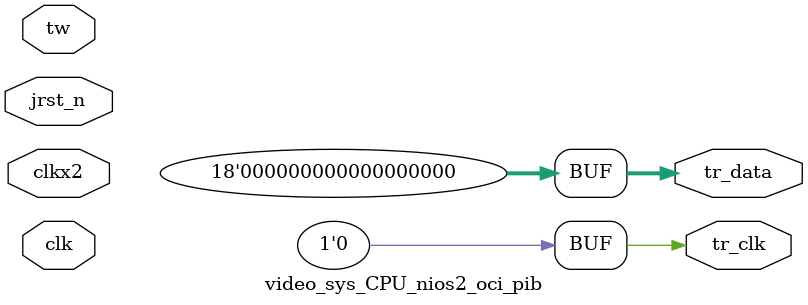
<source format=v>
module video_sys_CPU_nios2_oci_pib (
                                      clk,
                                      clkx2,
                                      jrst_n,
                                      tw,
                                      tr_clk,
                                      tr_data
                                   )
;
  output           tr_clk;
  output  [ 17: 0] tr_data;
  input            clk;
  input            clkx2;
  input            jrst_n;
  input   [ 35: 0] tw;
  wire             phase;
  wire             tr_clk;
  reg              tr_clk_reg ;
  wire    [ 17: 0] tr_data;
  reg     [ 17: 0] tr_data_reg ;
  reg              x1 ;
  reg              x2 ;
  assign phase = x1^x2;
  always @(posedge clk or negedge jrst_n)
    begin
      if (jrst_n == 0)
          x1 <= 0;
      else 
        x1 <= ~x1;
    end
  always @(posedge clkx2 or negedge jrst_n)
    begin
      if (jrst_n == 0)
        begin
          x2 <= 0;
          tr_clk_reg <= 0;
          tr_data_reg <= 0;
        end
      else 
        begin
          x2 <= x1;
          tr_clk_reg <= ~phase;
          tr_data_reg <= phase ?   tw[17 : 0] :   tw[35 : 18];
        end
    end
  assign tr_clk = 0 ? tr_clk_reg : 0;
  assign tr_data = 0 ? tr_data_reg : 0;
endmodule
</source>
